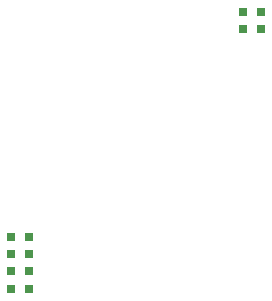
<source format=gtp>
G04 #@! TF.FileFunction,Paste,Top*
%FSLAX46Y46*%
G04 Gerber Fmt 4.6, Leading zero omitted, Abs format (unit mm)*
G04 Created by KiCad (PCBNEW (2016-06-01 BZR 6870, Git 0ccd3bb)-product) date 06/04/16 15:12:46*
%MOMM*%
%LPD*%
G01*
G04 APERTURE LIST*
%ADD10C,0.150000*%
%ADD11R,0.750000X0.800000*%
G04 APERTURE END LIST*
D10*
D11*
X38608000Y-43485500D03*
X38608000Y-41985500D03*
X37084000Y-43497500D03*
X37084000Y-41997500D03*
X37084000Y-39052500D03*
X37084000Y-40552500D03*
X38608000Y-39064500D03*
X38608000Y-40564500D03*
X58293000Y-21514500D03*
X58293000Y-20014500D03*
X56769000Y-21514500D03*
X56769000Y-20014500D03*
M02*

</source>
